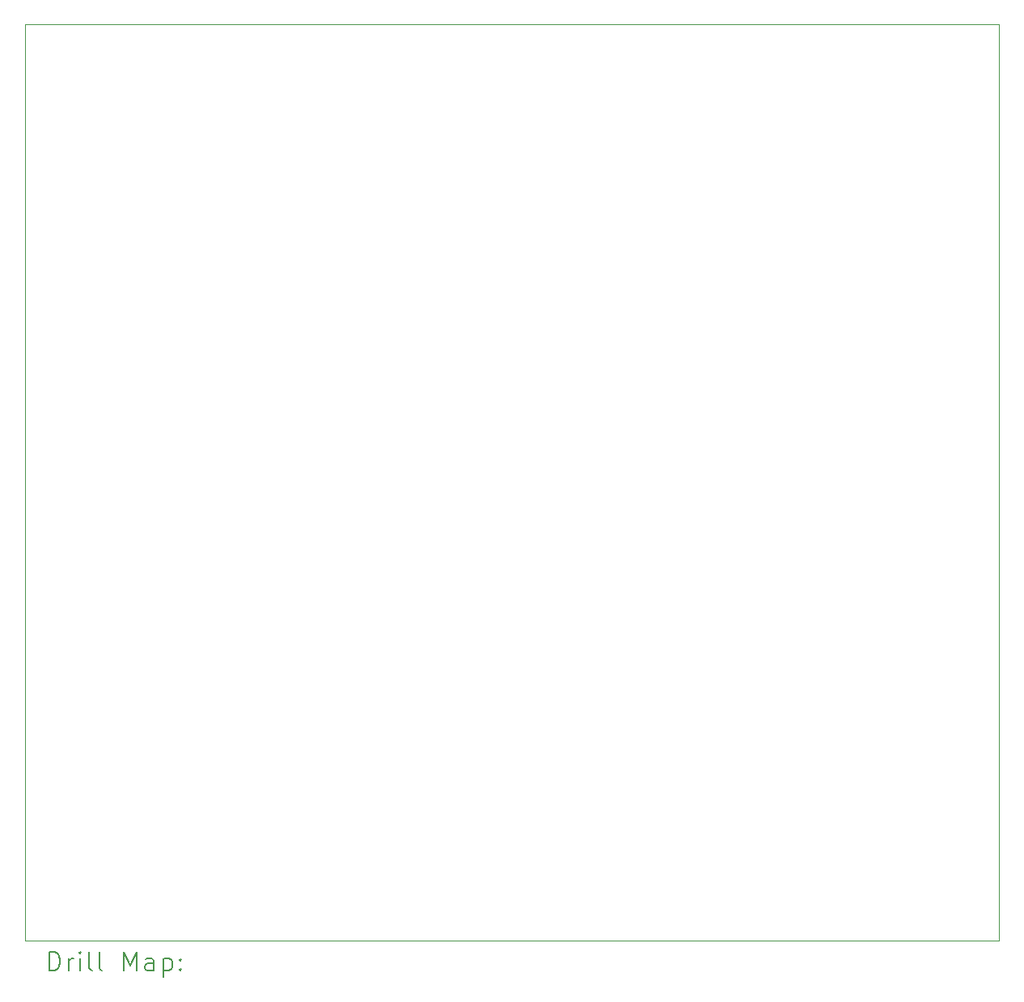
<source format=gbr>
%TF.GenerationSoftware,KiCad,Pcbnew,8.0.3*%
%TF.CreationDate,2025-04-20T12:23:43-04:00*%
%TF.ProjectId,memory-loader-interface,6d656d6f-7279-42d6-9c6f-616465722d69,1.0*%
%TF.SameCoordinates,Original*%
%TF.FileFunction,Drillmap*%
%TF.FilePolarity,Positive*%
%FSLAX45Y45*%
G04 Gerber Fmt 4.5, Leading zero omitted, Abs format (unit mm)*
G04 Created by KiCad (PCBNEW 8.0.3) date 2025-04-20 12:23:43*
%MOMM*%
%LPD*%
G01*
G04 APERTURE LIST*
%ADD10C,0.100000*%
%ADD11C,0.200000*%
G04 APERTURE END LIST*
D10*
X8500000Y-13900000D02*
X8500000Y-4300000D01*
X8500000Y-4300000D02*
X18700000Y-4300000D01*
X18700000Y-13900000D02*
X8500000Y-13900000D01*
X18700000Y-4300000D02*
X18700000Y-13900000D01*
D11*
X8755777Y-14216484D02*
X8755777Y-14016484D01*
X8755777Y-14016484D02*
X8803396Y-14016484D01*
X8803396Y-14016484D02*
X8831967Y-14026008D01*
X8831967Y-14026008D02*
X8851015Y-14045055D01*
X8851015Y-14045055D02*
X8860539Y-14064103D01*
X8860539Y-14064103D02*
X8870063Y-14102198D01*
X8870063Y-14102198D02*
X8870063Y-14130769D01*
X8870063Y-14130769D02*
X8860539Y-14168865D01*
X8860539Y-14168865D02*
X8851015Y-14187912D01*
X8851015Y-14187912D02*
X8831967Y-14206960D01*
X8831967Y-14206960D02*
X8803396Y-14216484D01*
X8803396Y-14216484D02*
X8755777Y-14216484D01*
X8955777Y-14216484D02*
X8955777Y-14083150D01*
X8955777Y-14121246D02*
X8965301Y-14102198D01*
X8965301Y-14102198D02*
X8974824Y-14092674D01*
X8974824Y-14092674D02*
X8993872Y-14083150D01*
X8993872Y-14083150D02*
X9012920Y-14083150D01*
X9079586Y-14216484D02*
X9079586Y-14083150D01*
X9079586Y-14016484D02*
X9070063Y-14026008D01*
X9070063Y-14026008D02*
X9079586Y-14035531D01*
X9079586Y-14035531D02*
X9089110Y-14026008D01*
X9089110Y-14026008D02*
X9079586Y-14016484D01*
X9079586Y-14016484D02*
X9079586Y-14035531D01*
X9203396Y-14216484D02*
X9184348Y-14206960D01*
X9184348Y-14206960D02*
X9174824Y-14187912D01*
X9174824Y-14187912D02*
X9174824Y-14016484D01*
X9308158Y-14216484D02*
X9289110Y-14206960D01*
X9289110Y-14206960D02*
X9279586Y-14187912D01*
X9279586Y-14187912D02*
X9279586Y-14016484D01*
X9536729Y-14216484D02*
X9536729Y-14016484D01*
X9536729Y-14016484D02*
X9603396Y-14159341D01*
X9603396Y-14159341D02*
X9670063Y-14016484D01*
X9670063Y-14016484D02*
X9670063Y-14216484D01*
X9851015Y-14216484D02*
X9851015Y-14111722D01*
X9851015Y-14111722D02*
X9841491Y-14092674D01*
X9841491Y-14092674D02*
X9822444Y-14083150D01*
X9822444Y-14083150D02*
X9784348Y-14083150D01*
X9784348Y-14083150D02*
X9765301Y-14092674D01*
X9851015Y-14206960D02*
X9831967Y-14216484D01*
X9831967Y-14216484D02*
X9784348Y-14216484D01*
X9784348Y-14216484D02*
X9765301Y-14206960D01*
X9765301Y-14206960D02*
X9755777Y-14187912D01*
X9755777Y-14187912D02*
X9755777Y-14168865D01*
X9755777Y-14168865D02*
X9765301Y-14149817D01*
X9765301Y-14149817D02*
X9784348Y-14140293D01*
X9784348Y-14140293D02*
X9831967Y-14140293D01*
X9831967Y-14140293D02*
X9851015Y-14130769D01*
X9946253Y-14083150D02*
X9946253Y-14283150D01*
X9946253Y-14092674D02*
X9965301Y-14083150D01*
X9965301Y-14083150D02*
X10003396Y-14083150D01*
X10003396Y-14083150D02*
X10022444Y-14092674D01*
X10022444Y-14092674D02*
X10031967Y-14102198D01*
X10031967Y-14102198D02*
X10041491Y-14121246D01*
X10041491Y-14121246D02*
X10041491Y-14178388D01*
X10041491Y-14178388D02*
X10031967Y-14197436D01*
X10031967Y-14197436D02*
X10022444Y-14206960D01*
X10022444Y-14206960D02*
X10003396Y-14216484D01*
X10003396Y-14216484D02*
X9965301Y-14216484D01*
X9965301Y-14216484D02*
X9946253Y-14206960D01*
X10127205Y-14197436D02*
X10136729Y-14206960D01*
X10136729Y-14206960D02*
X10127205Y-14216484D01*
X10127205Y-14216484D02*
X10117682Y-14206960D01*
X10117682Y-14206960D02*
X10127205Y-14197436D01*
X10127205Y-14197436D02*
X10127205Y-14216484D01*
X10127205Y-14092674D02*
X10136729Y-14102198D01*
X10136729Y-14102198D02*
X10127205Y-14111722D01*
X10127205Y-14111722D02*
X10117682Y-14102198D01*
X10117682Y-14102198D02*
X10127205Y-14092674D01*
X10127205Y-14092674D02*
X10127205Y-14111722D01*
M02*

</source>
